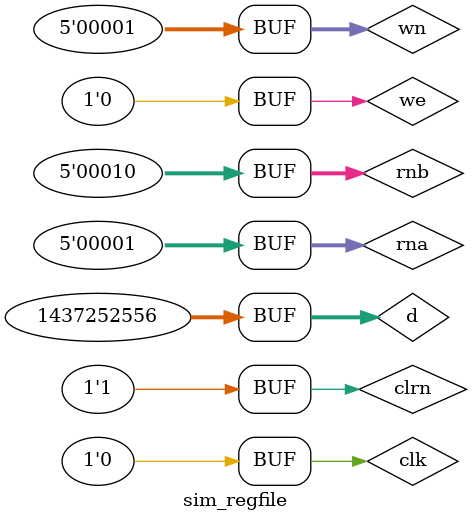
<source format=v>
`timescale 1ns / 1ps


module sim_regfile(
    );
reg [4:0] rna;//a¼Ä´æÆ÷Òý½ÅºÅ
reg [4:0] rnb;//b¼Ä´æÆ÷Òý½ÅºÅ
reg [4:0] wn;//Ð´¼Ä´æÆ÷ºÅ
reg [31:0] d;//ÊäÈëÊý¾Ý
reg we,clk,clrn;//Ð´Ê¹ÄÜ  Ê±ÖÓ  ÖØÖÃ
wire [31:0] qa;//Êä³öa¼Ä´æÆ÷
wire [31:0] qb;//Êä³öb¼Ä´æÆ÷
regfile uut_regfile(rna,rnb,d,wn,we,clk,clrn,qa,qb);
always
begin
rna=5'd0;
rnb=5'd0;
wn=5'd1;
d=32'h12345678;
we=0;
clk=0;
clrn=1;
#5;
clrn=0;
#5;
clrn=1;
#5;

//Ð´1ºÅ¼Ä´æÆ÷
wn=1;
d=32'h12345678;
we=1;
clk=1;
#5;
we=0;
clk=0;
#5;

//Ð´2ºÅ¼Ä´æÆ÷
wn=2;
d=32'h87654321;
we=1;
clk=1;
#5;
clk=0;
#5;

//¶Á1ºÅºÍ2ºÅ¼Ä´æÆ÷
we=0;
rna=1;
rnb=2;
clk=1;
#5;
clk=0;
#5;

//Ð´1ºÅ¼Ä´æÆ÷
wn=1;
d=32'h55aabbcc;
we=1;
clk=1;
#5;
we=0;
clk=0;
#5;

//¶Á1ºÅºÍ2ºÅ¼Ä´æÆ÷
we=0;
rna=1;
rnb=2;
clk=1;
#5;
clk=0;
#5;

#200;

end
    
endmodule

</source>
